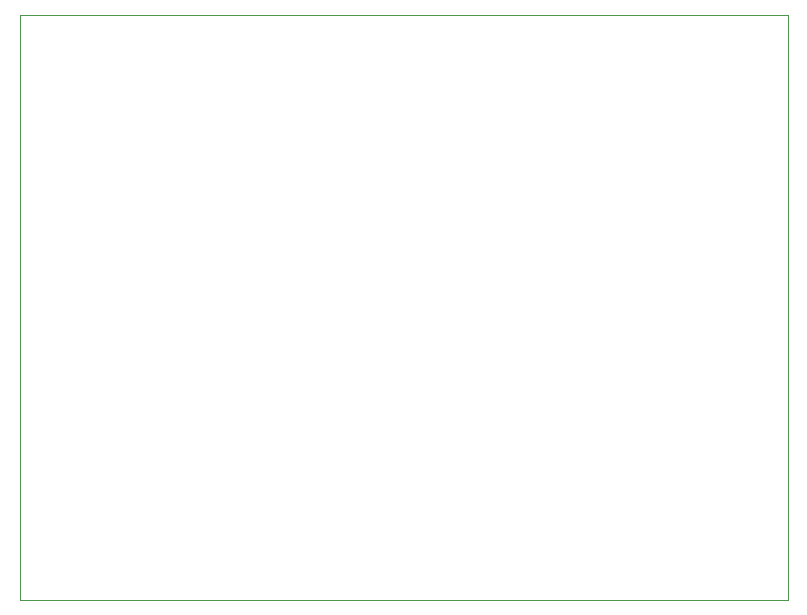
<source format=gbr>
%TF.GenerationSoftware,KiCad,Pcbnew,7.0.8*%
%TF.CreationDate,2024-03-15T18:14:36-06:00*%
%TF.ProjectId,DIO_TVS_Protection,44494f5f-5456-4535-9f50-726f74656374,rev?*%
%TF.SameCoordinates,Original*%
%TF.FileFunction,Profile,NP*%
%FSLAX46Y46*%
G04 Gerber Fmt 4.6, Leading zero omitted, Abs format (unit mm)*
G04 Created by KiCad (PCBNEW 7.0.8) date 2024-03-15 18:14:36*
%MOMM*%
%LPD*%
G01*
G04 APERTURE LIST*
%TA.AperFunction,Profile*%
%ADD10C,0.100000*%
%TD*%
G04 APERTURE END LIST*
D10*
X112965000Y-121840000D02*
X177965000Y-121840000D01*
X177965000Y-72340000D01*
X112965000Y-72340000D01*
X112965000Y-121840000D01*
M02*

</source>
